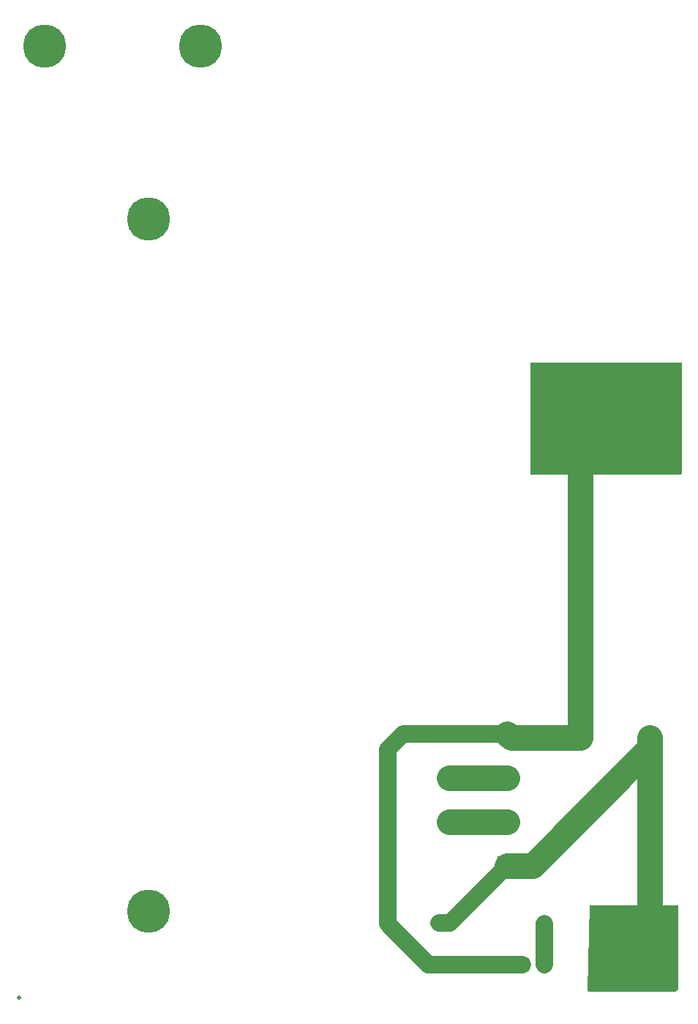
<source format=gbr>
%TF.GenerationSoftware,Altium Limited,Altium Designer,25.8.1 (18)*%
G04 Layer_Physical_Order=2*
G04 Layer_Color=16711680*
%FSLAX45Y45*%
%MOMM*%
%TF.SameCoordinates,6DC0C429-1490-48E0-953F-FE07D10FE70F*%
%TF.FilePolarity,Positive*%
%TF.FileFunction,Copper,L2,Bot,Signal*%
%TF.Part,Single*%
G01*
G75*
%TA.AperFunction,Conductor*%
%ADD10C,2.00000*%
%TA.AperFunction,NonConductor*%
%ADD11C,2.00000*%
%TA.AperFunction,Conductor*%
%ADD12C,3.00000*%
%TA.AperFunction,NonConductor*%
%ADD13C,3.00000*%
%TA.AperFunction,SMDPad,CuDef*%
%ADD14C,1.52400*%
%TA.AperFunction,ComponentPad*%
%ADD15C,1.60000*%
%ADD16R,1.60000X1.60000*%
%ADD17C,2.31000*%
%ADD18R,2.31000X2.31000*%
%TA.AperFunction,ViaPad*%
%ADD19C,5.00000*%
%ADD20C,0.50000*%
G36*
X9131300Y101600D02*
X9093200Y63500D01*
X8095392D01*
X8077661Y81686D01*
X8102600Y1066800D01*
X9131300D01*
Y101600D01*
D02*
G37*
G36*
X9169400Y6057900D02*
X9156700Y6045200D01*
X7416800D01*
Y7340600D01*
X9169400D01*
Y6057900D01*
D02*
G37*
D10*
X6362700Y863600D02*
X6489700D01*
X7150100Y1524000D01*
X5765800Y850900D02*
Y2870200D01*
X5943600Y3048000D02*
X7150100D01*
X5765800Y2870200D02*
X5943600Y3048000D01*
X6235700Y381000D02*
X7327900D01*
X5765800Y850900D02*
X6235700Y381000D01*
D11*
X7581900D02*
Y850900D01*
D12*
X8737600Y914400D02*
X8800000Y976800D01*
Y3000000D01*
X7150100Y1524000D02*
X7442200D01*
X8800000Y2881800D02*
Y3000000D01*
X7442200Y1524000D02*
X8800000Y2881800D01*
X7861300Y6375400D02*
X8000000Y6236700D01*
Y3000000D02*
Y6236700D01*
X7150100Y3048000D02*
X7198100Y3000000D01*
X8000000D01*
D13*
X6477000Y2032000D02*
X7150100D01*
X6477000Y2540000D02*
X7150100D01*
D14*
X8800000Y3000000D02*
D03*
X8000000D02*
D03*
D15*
X7581900Y381000D02*
D03*
D16*
X7327900D02*
D03*
D17*
X7150100Y2032000D02*
D03*
Y2540000D02*
D03*
Y3048000D02*
D03*
D18*
Y1524000D02*
D03*
D19*
X3600000Y11000000D02*
D03*
X1800000D02*
D03*
X3000000Y9000000D02*
D03*
Y1000000D02*
D03*
D20*
X1500000Y0D02*
D03*
%TF.MD5,88e265040a6b6a53f0d0ec6f5bf19f8a*%
M02*

</source>
